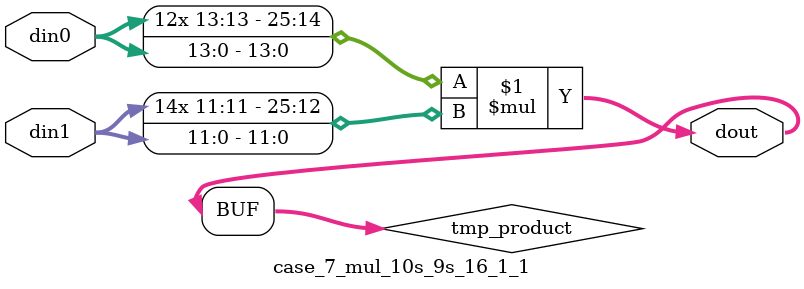
<source format=v>

`timescale 1 ns / 1 ps

 module case_7_mul_10s_9s_16_1_1(din0, din1, dout);
parameter ID = 1;
parameter NUM_STAGE = 0;
parameter din0_WIDTH = 14;
parameter din1_WIDTH = 12;
parameter dout_WIDTH = 26;

input [din0_WIDTH - 1 : 0] din0; 
input [din1_WIDTH - 1 : 0] din1; 
output [dout_WIDTH - 1 : 0] dout;

wire signed [dout_WIDTH - 1 : 0] tmp_product;



























assign tmp_product = $signed(din0) * $signed(din1);








assign dout = tmp_product;





















endmodule

</source>
